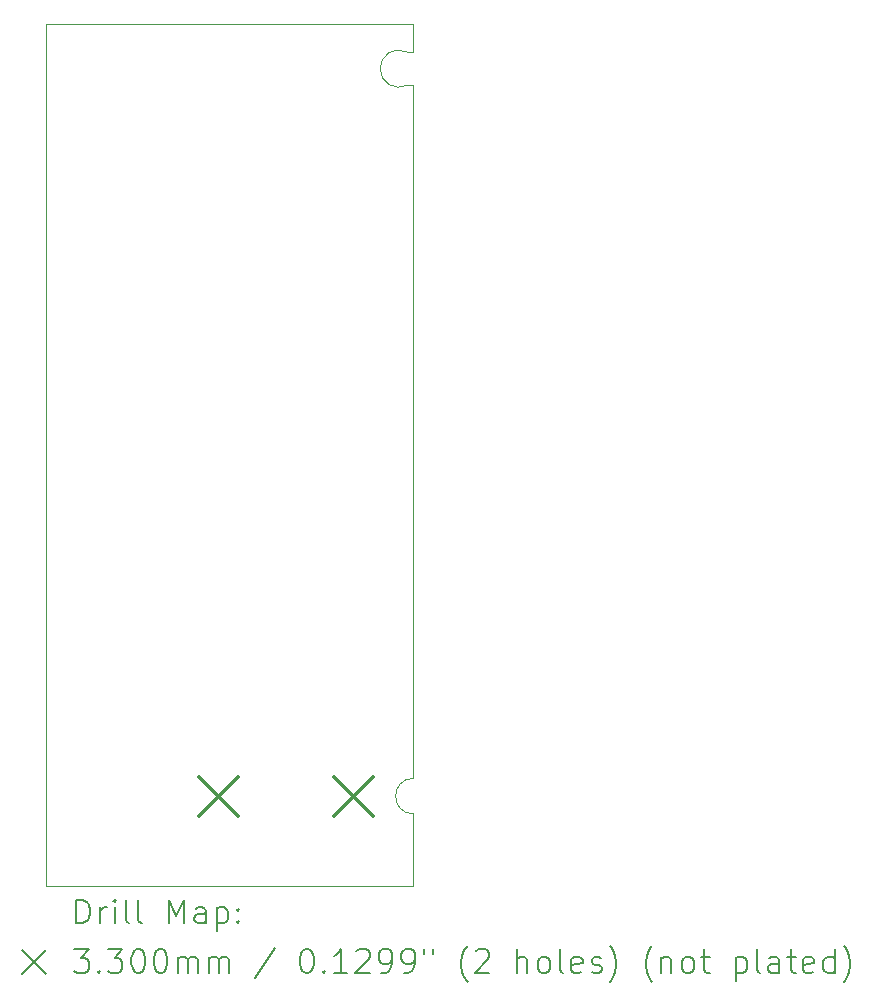
<source format=gbr>
%TF.GenerationSoftware,KiCad,Pcbnew,7.0.9*%
%TF.CreationDate,2023-12-23T18:19:24+01:00*%
%TF.ProjectId,testing-board,74657374-696e-4672-9d62-6f6172642e6b,v1.0*%
%TF.SameCoordinates,Original*%
%TF.FileFunction,Drillmap*%
%TF.FilePolarity,Positive*%
%FSLAX45Y45*%
G04 Gerber Fmt 4.5, Leading zero omitted, Abs format (unit mm)*
G04 Created by KiCad (PCBNEW 7.0.9) date 2023-12-23 18:19:24*
%MOMM*%
%LPD*%
G01*
G04 APERTURE LIST*
%ADD10C,0.050000*%
%ADD11C,0.200000*%
%ADD12C,0.330000*%
G04 APERTURE END LIST*
D10*
X14554200Y-6400800D02*
G75*
G03*
X14554200Y-6680200I-73800J-139700D01*
G01*
X14605000Y-6400800D02*
X14554200Y-6400800D01*
X14605000Y-6680200D02*
X14554200Y-6680200D01*
X14605000Y-6159500D02*
X14605000Y-6400800D01*
X14605000Y-12550000D02*
G75*
G03*
X14605000Y-12850000I0J-150000D01*
G01*
X11493500Y-6159500D02*
X12382500Y-6159500D01*
X11493500Y-6350000D02*
X11493500Y-6159500D01*
X11493500Y-9842500D02*
X11493500Y-6350000D01*
X11493500Y-13462000D02*
X11493500Y-9842500D01*
X14605000Y-6159500D02*
X12382500Y-6159500D01*
X14605000Y-12550000D02*
X14605000Y-6680200D01*
X14605000Y-13462000D02*
X14605000Y-12850000D01*
X11493500Y-13462000D02*
X14605000Y-13462000D01*
D11*
D12*
X12788900Y-12535000D02*
X13118900Y-12865000D01*
X13118900Y-12535000D02*
X12788900Y-12865000D01*
X13932100Y-12535000D02*
X14262100Y-12865000D01*
X14262100Y-12535000D02*
X13932100Y-12865000D01*
D11*
X11751777Y-13775984D02*
X11751777Y-13575984D01*
X11751777Y-13575984D02*
X11799396Y-13575984D01*
X11799396Y-13575984D02*
X11827967Y-13585508D01*
X11827967Y-13585508D02*
X11847015Y-13604555D01*
X11847015Y-13604555D02*
X11856539Y-13623603D01*
X11856539Y-13623603D02*
X11866062Y-13661698D01*
X11866062Y-13661698D02*
X11866062Y-13690269D01*
X11866062Y-13690269D02*
X11856539Y-13728365D01*
X11856539Y-13728365D02*
X11847015Y-13747412D01*
X11847015Y-13747412D02*
X11827967Y-13766460D01*
X11827967Y-13766460D02*
X11799396Y-13775984D01*
X11799396Y-13775984D02*
X11751777Y-13775984D01*
X11951777Y-13775984D02*
X11951777Y-13642650D01*
X11951777Y-13680746D02*
X11961301Y-13661698D01*
X11961301Y-13661698D02*
X11970824Y-13652174D01*
X11970824Y-13652174D02*
X11989872Y-13642650D01*
X11989872Y-13642650D02*
X12008920Y-13642650D01*
X12075586Y-13775984D02*
X12075586Y-13642650D01*
X12075586Y-13575984D02*
X12066062Y-13585508D01*
X12066062Y-13585508D02*
X12075586Y-13595031D01*
X12075586Y-13595031D02*
X12085110Y-13585508D01*
X12085110Y-13585508D02*
X12075586Y-13575984D01*
X12075586Y-13575984D02*
X12075586Y-13595031D01*
X12199396Y-13775984D02*
X12180348Y-13766460D01*
X12180348Y-13766460D02*
X12170824Y-13747412D01*
X12170824Y-13747412D02*
X12170824Y-13575984D01*
X12304158Y-13775984D02*
X12285110Y-13766460D01*
X12285110Y-13766460D02*
X12275586Y-13747412D01*
X12275586Y-13747412D02*
X12275586Y-13575984D01*
X12532729Y-13775984D02*
X12532729Y-13575984D01*
X12532729Y-13575984D02*
X12599396Y-13718841D01*
X12599396Y-13718841D02*
X12666062Y-13575984D01*
X12666062Y-13575984D02*
X12666062Y-13775984D01*
X12847015Y-13775984D02*
X12847015Y-13671222D01*
X12847015Y-13671222D02*
X12837491Y-13652174D01*
X12837491Y-13652174D02*
X12818443Y-13642650D01*
X12818443Y-13642650D02*
X12780348Y-13642650D01*
X12780348Y-13642650D02*
X12761301Y-13652174D01*
X12847015Y-13766460D02*
X12827967Y-13775984D01*
X12827967Y-13775984D02*
X12780348Y-13775984D01*
X12780348Y-13775984D02*
X12761301Y-13766460D01*
X12761301Y-13766460D02*
X12751777Y-13747412D01*
X12751777Y-13747412D02*
X12751777Y-13728365D01*
X12751777Y-13728365D02*
X12761301Y-13709317D01*
X12761301Y-13709317D02*
X12780348Y-13699793D01*
X12780348Y-13699793D02*
X12827967Y-13699793D01*
X12827967Y-13699793D02*
X12847015Y-13690269D01*
X12942253Y-13642650D02*
X12942253Y-13842650D01*
X12942253Y-13652174D02*
X12961301Y-13642650D01*
X12961301Y-13642650D02*
X12999396Y-13642650D01*
X12999396Y-13642650D02*
X13018443Y-13652174D01*
X13018443Y-13652174D02*
X13027967Y-13661698D01*
X13027967Y-13661698D02*
X13037491Y-13680746D01*
X13037491Y-13680746D02*
X13037491Y-13737888D01*
X13037491Y-13737888D02*
X13027967Y-13756936D01*
X13027967Y-13756936D02*
X13018443Y-13766460D01*
X13018443Y-13766460D02*
X12999396Y-13775984D01*
X12999396Y-13775984D02*
X12961301Y-13775984D01*
X12961301Y-13775984D02*
X12942253Y-13766460D01*
X13123205Y-13756936D02*
X13132729Y-13766460D01*
X13132729Y-13766460D02*
X13123205Y-13775984D01*
X13123205Y-13775984D02*
X13113682Y-13766460D01*
X13113682Y-13766460D02*
X13123205Y-13756936D01*
X13123205Y-13756936D02*
X13123205Y-13775984D01*
X13123205Y-13652174D02*
X13132729Y-13661698D01*
X13132729Y-13661698D02*
X13123205Y-13671222D01*
X13123205Y-13671222D02*
X13113682Y-13661698D01*
X13113682Y-13661698D02*
X13123205Y-13652174D01*
X13123205Y-13652174D02*
X13123205Y-13671222D01*
X11291000Y-14004500D02*
X11491000Y-14204500D01*
X11491000Y-14004500D02*
X11291000Y-14204500D01*
X11732729Y-13995984D02*
X11856539Y-13995984D01*
X11856539Y-13995984D02*
X11789872Y-14072174D01*
X11789872Y-14072174D02*
X11818443Y-14072174D01*
X11818443Y-14072174D02*
X11837491Y-14081698D01*
X11837491Y-14081698D02*
X11847015Y-14091222D01*
X11847015Y-14091222D02*
X11856539Y-14110269D01*
X11856539Y-14110269D02*
X11856539Y-14157888D01*
X11856539Y-14157888D02*
X11847015Y-14176936D01*
X11847015Y-14176936D02*
X11837491Y-14186460D01*
X11837491Y-14186460D02*
X11818443Y-14195984D01*
X11818443Y-14195984D02*
X11761301Y-14195984D01*
X11761301Y-14195984D02*
X11742253Y-14186460D01*
X11742253Y-14186460D02*
X11732729Y-14176936D01*
X11942253Y-14176936D02*
X11951777Y-14186460D01*
X11951777Y-14186460D02*
X11942253Y-14195984D01*
X11942253Y-14195984D02*
X11932729Y-14186460D01*
X11932729Y-14186460D02*
X11942253Y-14176936D01*
X11942253Y-14176936D02*
X11942253Y-14195984D01*
X12018443Y-13995984D02*
X12142253Y-13995984D01*
X12142253Y-13995984D02*
X12075586Y-14072174D01*
X12075586Y-14072174D02*
X12104158Y-14072174D01*
X12104158Y-14072174D02*
X12123205Y-14081698D01*
X12123205Y-14081698D02*
X12132729Y-14091222D01*
X12132729Y-14091222D02*
X12142253Y-14110269D01*
X12142253Y-14110269D02*
X12142253Y-14157888D01*
X12142253Y-14157888D02*
X12132729Y-14176936D01*
X12132729Y-14176936D02*
X12123205Y-14186460D01*
X12123205Y-14186460D02*
X12104158Y-14195984D01*
X12104158Y-14195984D02*
X12047015Y-14195984D01*
X12047015Y-14195984D02*
X12027967Y-14186460D01*
X12027967Y-14186460D02*
X12018443Y-14176936D01*
X12266062Y-13995984D02*
X12285110Y-13995984D01*
X12285110Y-13995984D02*
X12304158Y-14005508D01*
X12304158Y-14005508D02*
X12313682Y-14015031D01*
X12313682Y-14015031D02*
X12323205Y-14034079D01*
X12323205Y-14034079D02*
X12332729Y-14072174D01*
X12332729Y-14072174D02*
X12332729Y-14119793D01*
X12332729Y-14119793D02*
X12323205Y-14157888D01*
X12323205Y-14157888D02*
X12313682Y-14176936D01*
X12313682Y-14176936D02*
X12304158Y-14186460D01*
X12304158Y-14186460D02*
X12285110Y-14195984D01*
X12285110Y-14195984D02*
X12266062Y-14195984D01*
X12266062Y-14195984D02*
X12247015Y-14186460D01*
X12247015Y-14186460D02*
X12237491Y-14176936D01*
X12237491Y-14176936D02*
X12227967Y-14157888D01*
X12227967Y-14157888D02*
X12218443Y-14119793D01*
X12218443Y-14119793D02*
X12218443Y-14072174D01*
X12218443Y-14072174D02*
X12227967Y-14034079D01*
X12227967Y-14034079D02*
X12237491Y-14015031D01*
X12237491Y-14015031D02*
X12247015Y-14005508D01*
X12247015Y-14005508D02*
X12266062Y-13995984D01*
X12456539Y-13995984D02*
X12475586Y-13995984D01*
X12475586Y-13995984D02*
X12494634Y-14005508D01*
X12494634Y-14005508D02*
X12504158Y-14015031D01*
X12504158Y-14015031D02*
X12513682Y-14034079D01*
X12513682Y-14034079D02*
X12523205Y-14072174D01*
X12523205Y-14072174D02*
X12523205Y-14119793D01*
X12523205Y-14119793D02*
X12513682Y-14157888D01*
X12513682Y-14157888D02*
X12504158Y-14176936D01*
X12504158Y-14176936D02*
X12494634Y-14186460D01*
X12494634Y-14186460D02*
X12475586Y-14195984D01*
X12475586Y-14195984D02*
X12456539Y-14195984D01*
X12456539Y-14195984D02*
X12437491Y-14186460D01*
X12437491Y-14186460D02*
X12427967Y-14176936D01*
X12427967Y-14176936D02*
X12418443Y-14157888D01*
X12418443Y-14157888D02*
X12408920Y-14119793D01*
X12408920Y-14119793D02*
X12408920Y-14072174D01*
X12408920Y-14072174D02*
X12418443Y-14034079D01*
X12418443Y-14034079D02*
X12427967Y-14015031D01*
X12427967Y-14015031D02*
X12437491Y-14005508D01*
X12437491Y-14005508D02*
X12456539Y-13995984D01*
X12608920Y-14195984D02*
X12608920Y-14062650D01*
X12608920Y-14081698D02*
X12618443Y-14072174D01*
X12618443Y-14072174D02*
X12637491Y-14062650D01*
X12637491Y-14062650D02*
X12666063Y-14062650D01*
X12666063Y-14062650D02*
X12685110Y-14072174D01*
X12685110Y-14072174D02*
X12694634Y-14091222D01*
X12694634Y-14091222D02*
X12694634Y-14195984D01*
X12694634Y-14091222D02*
X12704158Y-14072174D01*
X12704158Y-14072174D02*
X12723205Y-14062650D01*
X12723205Y-14062650D02*
X12751777Y-14062650D01*
X12751777Y-14062650D02*
X12770824Y-14072174D01*
X12770824Y-14072174D02*
X12780348Y-14091222D01*
X12780348Y-14091222D02*
X12780348Y-14195984D01*
X12875586Y-14195984D02*
X12875586Y-14062650D01*
X12875586Y-14081698D02*
X12885110Y-14072174D01*
X12885110Y-14072174D02*
X12904158Y-14062650D01*
X12904158Y-14062650D02*
X12932729Y-14062650D01*
X12932729Y-14062650D02*
X12951777Y-14072174D01*
X12951777Y-14072174D02*
X12961301Y-14091222D01*
X12961301Y-14091222D02*
X12961301Y-14195984D01*
X12961301Y-14091222D02*
X12970824Y-14072174D01*
X12970824Y-14072174D02*
X12989872Y-14062650D01*
X12989872Y-14062650D02*
X13018443Y-14062650D01*
X13018443Y-14062650D02*
X13037491Y-14072174D01*
X13037491Y-14072174D02*
X13047015Y-14091222D01*
X13047015Y-14091222D02*
X13047015Y-14195984D01*
X13437491Y-13986460D02*
X13266063Y-14243603D01*
X13694634Y-13995984D02*
X13713682Y-13995984D01*
X13713682Y-13995984D02*
X13732729Y-14005508D01*
X13732729Y-14005508D02*
X13742253Y-14015031D01*
X13742253Y-14015031D02*
X13751777Y-14034079D01*
X13751777Y-14034079D02*
X13761301Y-14072174D01*
X13761301Y-14072174D02*
X13761301Y-14119793D01*
X13761301Y-14119793D02*
X13751777Y-14157888D01*
X13751777Y-14157888D02*
X13742253Y-14176936D01*
X13742253Y-14176936D02*
X13732729Y-14186460D01*
X13732729Y-14186460D02*
X13713682Y-14195984D01*
X13713682Y-14195984D02*
X13694634Y-14195984D01*
X13694634Y-14195984D02*
X13675586Y-14186460D01*
X13675586Y-14186460D02*
X13666063Y-14176936D01*
X13666063Y-14176936D02*
X13656539Y-14157888D01*
X13656539Y-14157888D02*
X13647015Y-14119793D01*
X13647015Y-14119793D02*
X13647015Y-14072174D01*
X13647015Y-14072174D02*
X13656539Y-14034079D01*
X13656539Y-14034079D02*
X13666063Y-14015031D01*
X13666063Y-14015031D02*
X13675586Y-14005508D01*
X13675586Y-14005508D02*
X13694634Y-13995984D01*
X13847015Y-14176936D02*
X13856539Y-14186460D01*
X13856539Y-14186460D02*
X13847015Y-14195984D01*
X13847015Y-14195984D02*
X13837491Y-14186460D01*
X13837491Y-14186460D02*
X13847015Y-14176936D01*
X13847015Y-14176936D02*
X13847015Y-14195984D01*
X14047015Y-14195984D02*
X13932729Y-14195984D01*
X13989872Y-14195984D02*
X13989872Y-13995984D01*
X13989872Y-13995984D02*
X13970825Y-14024555D01*
X13970825Y-14024555D02*
X13951777Y-14043603D01*
X13951777Y-14043603D02*
X13932729Y-14053127D01*
X14123206Y-14015031D02*
X14132729Y-14005508D01*
X14132729Y-14005508D02*
X14151777Y-13995984D01*
X14151777Y-13995984D02*
X14199396Y-13995984D01*
X14199396Y-13995984D02*
X14218444Y-14005508D01*
X14218444Y-14005508D02*
X14227967Y-14015031D01*
X14227967Y-14015031D02*
X14237491Y-14034079D01*
X14237491Y-14034079D02*
X14237491Y-14053127D01*
X14237491Y-14053127D02*
X14227967Y-14081698D01*
X14227967Y-14081698D02*
X14113682Y-14195984D01*
X14113682Y-14195984D02*
X14237491Y-14195984D01*
X14332729Y-14195984D02*
X14370825Y-14195984D01*
X14370825Y-14195984D02*
X14389872Y-14186460D01*
X14389872Y-14186460D02*
X14399396Y-14176936D01*
X14399396Y-14176936D02*
X14418444Y-14148365D01*
X14418444Y-14148365D02*
X14427967Y-14110269D01*
X14427967Y-14110269D02*
X14427967Y-14034079D01*
X14427967Y-14034079D02*
X14418444Y-14015031D01*
X14418444Y-14015031D02*
X14408920Y-14005508D01*
X14408920Y-14005508D02*
X14389872Y-13995984D01*
X14389872Y-13995984D02*
X14351777Y-13995984D01*
X14351777Y-13995984D02*
X14332729Y-14005508D01*
X14332729Y-14005508D02*
X14323206Y-14015031D01*
X14323206Y-14015031D02*
X14313682Y-14034079D01*
X14313682Y-14034079D02*
X14313682Y-14081698D01*
X14313682Y-14081698D02*
X14323206Y-14100746D01*
X14323206Y-14100746D02*
X14332729Y-14110269D01*
X14332729Y-14110269D02*
X14351777Y-14119793D01*
X14351777Y-14119793D02*
X14389872Y-14119793D01*
X14389872Y-14119793D02*
X14408920Y-14110269D01*
X14408920Y-14110269D02*
X14418444Y-14100746D01*
X14418444Y-14100746D02*
X14427967Y-14081698D01*
X14523206Y-14195984D02*
X14561301Y-14195984D01*
X14561301Y-14195984D02*
X14580348Y-14186460D01*
X14580348Y-14186460D02*
X14589872Y-14176936D01*
X14589872Y-14176936D02*
X14608920Y-14148365D01*
X14608920Y-14148365D02*
X14618444Y-14110269D01*
X14618444Y-14110269D02*
X14618444Y-14034079D01*
X14618444Y-14034079D02*
X14608920Y-14015031D01*
X14608920Y-14015031D02*
X14599396Y-14005508D01*
X14599396Y-14005508D02*
X14580348Y-13995984D01*
X14580348Y-13995984D02*
X14542253Y-13995984D01*
X14542253Y-13995984D02*
X14523206Y-14005508D01*
X14523206Y-14005508D02*
X14513682Y-14015031D01*
X14513682Y-14015031D02*
X14504158Y-14034079D01*
X14504158Y-14034079D02*
X14504158Y-14081698D01*
X14504158Y-14081698D02*
X14513682Y-14100746D01*
X14513682Y-14100746D02*
X14523206Y-14110269D01*
X14523206Y-14110269D02*
X14542253Y-14119793D01*
X14542253Y-14119793D02*
X14580348Y-14119793D01*
X14580348Y-14119793D02*
X14599396Y-14110269D01*
X14599396Y-14110269D02*
X14608920Y-14100746D01*
X14608920Y-14100746D02*
X14618444Y-14081698D01*
X14694634Y-13995984D02*
X14694634Y-14034079D01*
X14770825Y-13995984D02*
X14770825Y-14034079D01*
X15066063Y-14272174D02*
X15056539Y-14262650D01*
X15056539Y-14262650D02*
X15037491Y-14234079D01*
X15037491Y-14234079D02*
X15027968Y-14215031D01*
X15027968Y-14215031D02*
X15018444Y-14186460D01*
X15018444Y-14186460D02*
X15008920Y-14138841D01*
X15008920Y-14138841D02*
X15008920Y-14100746D01*
X15008920Y-14100746D02*
X15018444Y-14053127D01*
X15018444Y-14053127D02*
X15027968Y-14024555D01*
X15027968Y-14024555D02*
X15037491Y-14005508D01*
X15037491Y-14005508D02*
X15056539Y-13976936D01*
X15056539Y-13976936D02*
X15066063Y-13967412D01*
X15132729Y-14015031D02*
X15142253Y-14005508D01*
X15142253Y-14005508D02*
X15161301Y-13995984D01*
X15161301Y-13995984D02*
X15208920Y-13995984D01*
X15208920Y-13995984D02*
X15227968Y-14005508D01*
X15227968Y-14005508D02*
X15237491Y-14015031D01*
X15237491Y-14015031D02*
X15247015Y-14034079D01*
X15247015Y-14034079D02*
X15247015Y-14053127D01*
X15247015Y-14053127D02*
X15237491Y-14081698D01*
X15237491Y-14081698D02*
X15123206Y-14195984D01*
X15123206Y-14195984D02*
X15247015Y-14195984D01*
X15485110Y-14195984D02*
X15485110Y-13995984D01*
X15570825Y-14195984D02*
X15570825Y-14091222D01*
X15570825Y-14091222D02*
X15561301Y-14072174D01*
X15561301Y-14072174D02*
X15542253Y-14062650D01*
X15542253Y-14062650D02*
X15513682Y-14062650D01*
X15513682Y-14062650D02*
X15494634Y-14072174D01*
X15494634Y-14072174D02*
X15485110Y-14081698D01*
X15694634Y-14195984D02*
X15675587Y-14186460D01*
X15675587Y-14186460D02*
X15666063Y-14176936D01*
X15666063Y-14176936D02*
X15656539Y-14157888D01*
X15656539Y-14157888D02*
X15656539Y-14100746D01*
X15656539Y-14100746D02*
X15666063Y-14081698D01*
X15666063Y-14081698D02*
X15675587Y-14072174D01*
X15675587Y-14072174D02*
X15694634Y-14062650D01*
X15694634Y-14062650D02*
X15723206Y-14062650D01*
X15723206Y-14062650D02*
X15742253Y-14072174D01*
X15742253Y-14072174D02*
X15751777Y-14081698D01*
X15751777Y-14081698D02*
X15761301Y-14100746D01*
X15761301Y-14100746D02*
X15761301Y-14157888D01*
X15761301Y-14157888D02*
X15751777Y-14176936D01*
X15751777Y-14176936D02*
X15742253Y-14186460D01*
X15742253Y-14186460D02*
X15723206Y-14195984D01*
X15723206Y-14195984D02*
X15694634Y-14195984D01*
X15875587Y-14195984D02*
X15856539Y-14186460D01*
X15856539Y-14186460D02*
X15847015Y-14167412D01*
X15847015Y-14167412D02*
X15847015Y-13995984D01*
X16027968Y-14186460D02*
X16008920Y-14195984D01*
X16008920Y-14195984D02*
X15970825Y-14195984D01*
X15970825Y-14195984D02*
X15951777Y-14186460D01*
X15951777Y-14186460D02*
X15942253Y-14167412D01*
X15942253Y-14167412D02*
X15942253Y-14091222D01*
X15942253Y-14091222D02*
X15951777Y-14072174D01*
X15951777Y-14072174D02*
X15970825Y-14062650D01*
X15970825Y-14062650D02*
X16008920Y-14062650D01*
X16008920Y-14062650D02*
X16027968Y-14072174D01*
X16027968Y-14072174D02*
X16037491Y-14091222D01*
X16037491Y-14091222D02*
X16037491Y-14110269D01*
X16037491Y-14110269D02*
X15942253Y-14129317D01*
X16113682Y-14186460D02*
X16132730Y-14195984D01*
X16132730Y-14195984D02*
X16170825Y-14195984D01*
X16170825Y-14195984D02*
X16189872Y-14186460D01*
X16189872Y-14186460D02*
X16199396Y-14167412D01*
X16199396Y-14167412D02*
X16199396Y-14157888D01*
X16199396Y-14157888D02*
X16189872Y-14138841D01*
X16189872Y-14138841D02*
X16170825Y-14129317D01*
X16170825Y-14129317D02*
X16142253Y-14129317D01*
X16142253Y-14129317D02*
X16123206Y-14119793D01*
X16123206Y-14119793D02*
X16113682Y-14100746D01*
X16113682Y-14100746D02*
X16113682Y-14091222D01*
X16113682Y-14091222D02*
X16123206Y-14072174D01*
X16123206Y-14072174D02*
X16142253Y-14062650D01*
X16142253Y-14062650D02*
X16170825Y-14062650D01*
X16170825Y-14062650D02*
X16189872Y-14072174D01*
X16266063Y-14272174D02*
X16275587Y-14262650D01*
X16275587Y-14262650D02*
X16294634Y-14234079D01*
X16294634Y-14234079D02*
X16304158Y-14215031D01*
X16304158Y-14215031D02*
X16313682Y-14186460D01*
X16313682Y-14186460D02*
X16323206Y-14138841D01*
X16323206Y-14138841D02*
X16323206Y-14100746D01*
X16323206Y-14100746D02*
X16313682Y-14053127D01*
X16313682Y-14053127D02*
X16304158Y-14024555D01*
X16304158Y-14024555D02*
X16294634Y-14005508D01*
X16294634Y-14005508D02*
X16275587Y-13976936D01*
X16275587Y-13976936D02*
X16266063Y-13967412D01*
X16627968Y-14272174D02*
X16618444Y-14262650D01*
X16618444Y-14262650D02*
X16599396Y-14234079D01*
X16599396Y-14234079D02*
X16589872Y-14215031D01*
X16589872Y-14215031D02*
X16580349Y-14186460D01*
X16580349Y-14186460D02*
X16570825Y-14138841D01*
X16570825Y-14138841D02*
X16570825Y-14100746D01*
X16570825Y-14100746D02*
X16580349Y-14053127D01*
X16580349Y-14053127D02*
X16589872Y-14024555D01*
X16589872Y-14024555D02*
X16599396Y-14005508D01*
X16599396Y-14005508D02*
X16618444Y-13976936D01*
X16618444Y-13976936D02*
X16627968Y-13967412D01*
X16704158Y-14062650D02*
X16704158Y-14195984D01*
X16704158Y-14081698D02*
X16713682Y-14072174D01*
X16713682Y-14072174D02*
X16732730Y-14062650D01*
X16732730Y-14062650D02*
X16761301Y-14062650D01*
X16761301Y-14062650D02*
X16780349Y-14072174D01*
X16780349Y-14072174D02*
X16789873Y-14091222D01*
X16789873Y-14091222D02*
X16789873Y-14195984D01*
X16913682Y-14195984D02*
X16894634Y-14186460D01*
X16894634Y-14186460D02*
X16885111Y-14176936D01*
X16885111Y-14176936D02*
X16875587Y-14157888D01*
X16875587Y-14157888D02*
X16875587Y-14100746D01*
X16875587Y-14100746D02*
X16885111Y-14081698D01*
X16885111Y-14081698D02*
X16894634Y-14072174D01*
X16894634Y-14072174D02*
X16913682Y-14062650D01*
X16913682Y-14062650D02*
X16942254Y-14062650D01*
X16942254Y-14062650D02*
X16961301Y-14072174D01*
X16961301Y-14072174D02*
X16970825Y-14081698D01*
X16970825Y-14081698D02*
X16980349Y-14100746D01*
X16980349Y-14100746D02*
X16980349Y-14157888D01*
X16980349Y-14157888D02*
X16970825Y-14176936D01*
X16970825Y-14176936D02*
X16961301Y-14186460D01*
X16961301Y-14186460D02*
X16942254Y-14195984D01*
X16942254Y-14195984D02*
X16913682Y-14195984D01*
X17037492Y-14062650D02*
X17113682Y-14062650D01*
X17066063Y-13995984D02*
X17066063Y-14167412D01*
X17066063Y-14167412D02*
X17075587Y-14186460D01*
X17075587Y-14186460D02*
X17094634Y-14195984D01*
X17094634Y-14195984D02*
X17113682Y-14195984D01*
X17332730Y-14062650D02*
X17332730Y-14262650D01*
X17332730Y-14072174D02*
X17351777Y-14062650D01*
X17351777Y-14062650D02*
X17389873Y-14062650D01*
X17389873Y-14062650D02*
X17408920Y-14072174D01*
X17408920Y-14072174D02*
X17418444Y-14081698D01*
X17418444Y-14081698D02*
X17427968Y-14100746D01*
X17427968Y-14100746D02*
X17427968Y-14157888D01*
X17427968Y-14157888D02*
X17418444Y-14176936D01*
X17418444Y-14176936D02*
X17408920Y-14186460D01*
X17408920Y-14186460D02*
X17389873Y-14195984D01*
X17389873Y-14195984D02*
X17351777Y-14195984D01*
X17351777Y-14195984D02*
X17332730Y-14186460D01*
X17542254Y-14195984D02*
X17523206Y-14186460D01*
X17523206Y-14186460D02*
X17513682Y-14167412D01*
X17513682Y-14167412D02*
X17513682Y-13995984D01*
X17704158Y-14195984D02*
X17704158Y-14091222D01*
X17704158Y-14091222D02*
X17694635Y-14072174D01*
X17694635Y-14072174D02*
X17675587Y-14062650D01*
X17675587Y-14062650D02*
X17637492Y-14062650D01*
X17637492Y-14062650D02*
X17618444Y-14072174D01*
X17704158Y-14186460D02*
X17685111Y-14195984D01*
X17685111Y-14195984D02*
X17637492Y-14195984D01*
X17637492Y-14195984D02*
X17618444Y-14186460D01*
X17618444Y-14186460D02*
X17608920Y-14167412D01*
X17608920Y-14167412D02*
X17608920Y-14148365D01*
X17608920Y-14148365D02*
X17618444Y-14129317D01*
X17618444Y-14129317D02*
X17637492Y-14119793D01*
X17637492Y-14119793D02*
X17685111Y-14119793D01*
X17685111Y-14119793D02*
X17704158Y-14110269D01*
X17770825Y-14062650D02*
X17847015Y-14062650D01*
X17799396Y-13995984D02*
X17799396Y-14167412D01*
X17799396Y-14167412D02*
X17808920Y-14186460D01*
X17808920Y-14186460D02*
X17827968Y-14195984D01*
X17827968Y-14195984D02*
X17847015Y-14195984D01*
X17989873Y-14186460D02*
X17970825Y-14195984D01*
X17970825Y-14195984D02*
X17932730Y-14195984D01*
X17932730Y-14195984D02*
X17913682Y-14186460D01*
X17913682Y-14186460D02*
X17904158Y-14167412D01*
X17904158Y-14167412D02*
X17904158Y-14091222D01*
X17904158Y-14091222D02*
X17913682Y-14072174D01*
X17913682Y-14072174D02*
X17932730Y-14062650D01*
X17932730Y-14062650D02*
X17970825Y-14062650D01*
X17970825Y-14062650D02*
X17989873Y-14072174D01*
X17989873Y-14072174D02*
X17999396Y-14091222D01*
X17999396Y-14091222D02*
X17999396Y-14110269D01*
X17999396Y-14110269D02*
X17904158Y-14129317D01*
X18170825Y-14195984D02*
X18170825Y-13995984D01*
X18170825Y-14186460D02*
X18151777Y-14195984D01*
X18151777Y-14195984D02*
X18113682Y-14195984D01*
X18113682Y-14195984D02*
X18094635Y-14186460D01*
X18094635Y-14186460D02*
X18085111Y-14176936D01*
X18085111Y-14176936D02*
X18075587Y-14157888D01*
X18075587Y-14157888D02*
X18075587Y-14100746D01*
X18075587Y-14100746D02*
X18085111Y-14081698D01*
X18085111Y-14081698D02*
X18094635Y-14072174D01*
X18094635Y-14072174D02*
X18113682Y-14062650D01*
X18113682Y-14062650D02*
X18151777Y-14062650D01*
X18151777Y-14062650D02*
X18170825Y-14072174D01*
X18247016Y-14272174D02*
X18256539Y-14262650D01*
X18256539Y-14262650D02*
X18275587Y-14234079D01*
X18275587Y-14234079D02*
X18285111Y-14215031D01*
X18285111Y-14215031D02*
X18294635Y-14186460D01*
X18294635Y-14186460D02*
X18304158Y-14138841D01*
X18304158Y-14138841D02*
X18304158Y-14100746D01*
X18304158Y-14100746D02*
X18294635Y-14053127D01*
X18294635Y-14053127D02*
X18285111Y-14024555D01*
X18285111Y-14024555D02*
X18275587Y-14005508D01*
X18275587Y-14005508D02*
X18256539Y-13976936D01*
X18256539Y-13976936D02*
X18247016Y-13967412D01*
M02*

</source>
